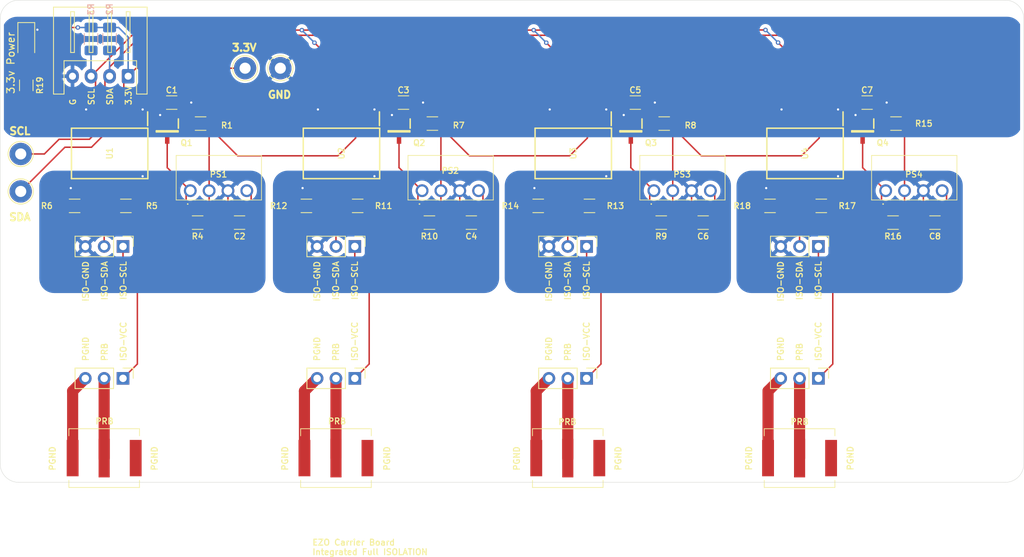
<source format=kicad_pcb>
(kicad_pcb (version 20241229) (generator "pcbnew") (generator_version "9.0")
  (layers (0 "F.Cu" signal) (2 "B.Cu" signal) (13 "F.Paste" user) (15 "B.Paste" user) (5 "F.SilkS" user "F.Silkscreen") (7 "B.SilkS" user "B.Silkscreen") (1 "F.Mask" user) (3 "B.Mask" user) (25 "Edge.Cuts" user))
  (net 0 "")
  (net 1 "+3V3")
  (net 2 "GND")
  (net 3 "RX{slash}SCL")
  (net 4 "TX{slash}SDA")
  (net 8 "Net-(PS1-GND-IN)")
  (net 12 "Net-(Q1-Pad1)")
  (net 15 "Net-(PS2-GND-IN)")
  (net 16 "Net-(Q2-Pad1)")
  (net 23 "ISO-VCC1")
  (net 24 "ISO-GND1")
  (net 25 "ISO-VCC2")
  (net 26 "ISO-GND2")
  (net 27 "ISO-RX{slash}SCL1")
  (net 28 "ISO-TX{slash}SDA1")
  (net 29 "PRB1")
  (net 30 "PGND1")
  (net 31 "ISO-TX{slash}SDA2")
  (net 32 "ISO-RX{slash}SCL2")
  (net 33 "PRB2")
  (net 34 "PGND2")
  (net 35 "ISO-GND3")
  (net 36 "ISO-VCC3")
  (net 37 "ISO-VCC4")
  (net 38 "ISO-GND4")
  (net 39 "ISO-RX{slash}SCL3")
  (net 40 "ISO-TX{slash}SDA3")
  (net 41 "PGND3")
  (net 43 "PRB3")
  (net 44 "ISO-RX{slash}SCL4")
  (net 45 "ISO-TX{slash}SDA4")
  (net 47 "PGND4")
  (net 48 "PRB4")
  (net 49 "Net-(PS3-GND-IN)")
  (net 50 "Net-(PS4-GND-IN)")
  (net 51 "Net-(Q3-Pad1)")
  (net 52 "Net-(Q4-Pad1)")
  (net 65 "Net-(D1-A)")
  (footprint "Resistor_SMD:R_1206_3216Metric_Pad1.30x1.75mm_HandSolder" (layer "F.Cu") (at 195.427233 88)
    (property "Reference" "R17")
    (property "Value" "10Kohm")
  )
  (footprint "Resistor_SMD:R_1206_3216Metric_Pad1.30x1.75mm_HandSolder" (layer "F.Cu") (at 111.75 76.9)
    (property "Reference" "R1")
    (property "Value" "1M")
  )
  (footprint "Resistor_SMD:R_1206_3216Metric_Pad1.30x1.75mm_HandSolder" (layer "F.Cu") (at 132.927233 88)
    (property "Reference" "R11")
    (property "Value" "10Kohm")
  )
  (footprint "Capacitor_SMD:C_1206_3216Metric_Pad1.33x1.80mm_HandSolder" (layer "F.Cu") (at 170.3575 74.07 180)
    (property "Reference" "C5")
    (property "Value" "1uF")
  )
  (footprint "Resistor_SMD:R_1206_3216Metric_Pad1.30x1.75mm_HandSolder" (layer "F.Cu") (at 88.25 71.75 -90)
    (property "Reference" "R19")
    (property "Value" "470 Ohm")
  )
  (footprint "Resistor_SMD:R_1206_3216Metric_Pad1.30x1.75mm_HandSolder" (layer "F.Cu") (at 101.677233 88)
    (property "Reference" "R5")
    (property "Value" "10Kohm")
  )
  (footprint "0_Custom-Library:LIB_RFM-0505S" (layer "F.Cu") (at 204.11 85.95)
    (property "Reference" "PS4")
    (property "Value" "RFM-0505S" (hide yes))
  )
  (footprint "Capacitor_SMD:C_1206_3216Metric_Pad1.33x1.80mm_HandSolder" (layer "F.Cu") (at 210.7525 90.25 180)
    (property "Reference" "C8")
    (property "Value" "1uF")
  )
  (footprint "Connector_PinHeader_2.54mm:PinHeader_1x03_P2.54mm_Vertical" (layer "F.Cu") (at 132.54 93.47 -90)
    (property "Reference" "J3" (hide yes))
    (property "Value" "Conn_01x03" (hide yes))
  )
  (footprint "Resistor_SMD:R_1206_3216Metric_Pad1.30x1.75mm_HandSolder" (layer "F.Cu") (at 157.267233 88 180)
    (property "Reference" "R14")
    (property "Value" "10Kohm")
  )
  (footprint "Capacitor_SMD:C_1206_3216Metric_Pad1.33x1.80mm_HandSolder" (layer "F.Cu") (at 107.8575 74.07 180)
    (property "Reference" "C1")
    (property "Value" "1uF")
  )
  (footprint "0_Custom-Library:LIB_SI8600AD-B-IS" (layer "F.Cu") (at 99.492233 80.925 -90)
    (property "Reference" "U1")
    (property "Value" "SI8600AC-B-ISR" (hide yes))
  )
  (footprint "0_Custom-Library:LIB_132289" (layer "F.Cu") (at 192.5 122)
    (property "Reference" "J11" (hide yes))
    (property "Value" "132289" (hide yes))
  )
  (footprint "0_Custom-Library:SOT96P237X111-3N" (layer "F.Cu") (at 169.75 77.95 -90)
    (property "Reference" "Q3")
    (property "Value" "BVSS138LT1G" (hide yes))
  )
  (footprint "0_Custom-Library:SOT96P237X111-3N" (layer "F.Cu") (at 201 77.95 -90)
    (property "Reference" "Q4")
    (property "Value" "BVSS138LT1G" (hide yes))
  )
  (footprint "Connector_PinHeader_2.54mm:PinHeader_1x03_P2.54mm_Vertical" (layer "F.Cu") (at 195.04 111.25 -90)
    (property "Reference" "J12" (hide yes))
    (property "Value" "Conn_01x03" (hide yes))
  )
  (footprint "0_Custom-Library:SOT96P237X111-3N" (layer "F.Cu") (at 138.5 77.95 -90)
    (property "Reference" "Q2")
    (property "Value" "BVSS138LT1G" (hide yes))
  )
  (footprint "TestPoint:TestPoint_Loop_D2.54mm_Drill1.5mm_Beaded" (layer "F.Cu") (at 87.5 86.05 180)
    (property "Reference" "TP1" (hide yes))
    (property "Value" "TestPoint" (hide yes))
  )
  (footprint "Connector_PinHeader_2.54mm:PinHeader_1x03_P2.54mm_Vertical" (layer "F.Cu") (at 101.29 93.47 -90)
    (property "Reference" "J1" (hide yes))
    (property "Value" "Conn_01x03" (hide yes))
  )
  (footprint "Connector_PinHeader_2.54mm:PinHeader_1x03_P2.54mm_Vertical" (layer "F.Cu") (at 195.04 93.47 -90)
    (property "Reference" "J10" (hide yes))
    (property "Value" "Conn_01x03" (hide yes))
  )
  (footprint "Resistor_SMD:R_1206_3216Metric_Pad1.30x1.75mm_HandSolder" (layer "F.Cu") (at 174.25 76.9)
    (property "Reference" "R8")
    (property "Value" "1M")
  )
  (footprint "0_Custom-Library:LIB_SI8600AD-B-IS" (layer "F.Cu") (at 130.742233 80.925 -90)
    (property "Reference" "U2")
    (property "Value" "SI8600AC-B-ISR" (hide yes))
  )
  (footprint "Resistor_SMD:R_1206_3216Metric_Pad1.30x1.75mm_HandSolder" (layer "F.Cu") (at 126.017233 88 180)
    (property "Reference" "R12")
    (property "Value" "10Kohm")
  )
  (footprint "0_Custom-Library:LIB_RFM-0505S" (layer "F.Cu") (at 172.86 85.95)
    (property "Reference" "PS3")
    (property "Value" "RFM-0505S" (hide yes))
  )
  (footprint "Resistor_SMD:R_1206_3216Metric_Pad1.30x1.75mm_HandSolder" (layer "F.Cu") (at 173.85 90.25)
    (property "Reference" "R9")
    (property "Value" "1M")
  )
  (footprint "TestPoint:TestPoint_Loop_D2.54mm_Drill1.5mm_Beaded" (layer "F.Cu") (at 87.5 81 180)
    (property "Reference" "TP2" (hide yes))
    (property "Value" "TestPoint" (hide yes))
  )
  (footprint "Capacitor_SMD:C_1206_3216Metric_Pad1.33x1.80mm_HandSolder" (layer "F.Cu") (at 201.6075 74.07 180)
    (property "Reference" "C7")
    (property "Value" "1uF")
  )
  (footprint "Capacitor_SMD:C_1206_3216Metric_Pad1.33x1.80mm_HandSolder" (layer "F.Cu") (at 117.0025 90.25 180)
    (property "Reference" "C2")
    (property "Value" "1uF")
  )
  (footprint "Resistor_SMD:R_1206_3216Metric_Pad1.30x1.75mm_HandSolder" (layer "F.Cu") (at 142.6 90.25)
    (property "Reference" "R10")
    (property "Value" "1M")
  )
  (footprint "0_Custom-Library:LIB_SI8600AD-B-IS" (layer "F.Cu") (at 193.242233 80.925 -90)
    (property "Reference" "U4")
    (property "Value" "SI8600AC-B-ISR" (hide yes))
  )
  (footprint "Resistor_SMD:R_1206_3216Metric_Pad1.30x1.75mm_HandSolder" (layer "F.Cu") (at 164.177233 88)
    (property "Reference" "R13")
    (property "Value" "10Kohm")
  )
  (footprint "0_Custom-Library:LIB_RFM-0505S" (layer "F.Cu") (at 141.61 85.95)
    (property "Reference" "PS2")
    (property "Value" "RFM-0505S" (hide yes))
  )
  (footprint "Capacitor_SMD:C_1206_3216Metric_Pad1.33x1.80mm_HandSolder" (layer "F.Cu") (at 179.5025 90.25 180)
    (property "Reference" "C6")
    (property "Value" "1uF")
  )
  (footprint "Resistor_SMD:R_1206_3216Metric_Pad1.30x1.75mm_HandSolder" (layer "F.Cu") (at 205.1 90.25)
    (property "Reference" "R16")
    (property "Value" "1M")
  )
  (footprint "Connector_JST:JST_XH_S4B-XH-A_1x04_P2.50mm_Horizontal" (layer "F.Cu") (at 101.982233 70.517767 180)
    (property "Reference" "I2C_Input1" (hide yes))
    (property "Value" "~" (hide yes))
  )
  (footprint "Resistor_SMD:R_1206_3216Metric_Pad1.30x1.75mm_HandSolder" (layer "F.Cu") (at 94.767233 88 180)
    (property "Reference" "R6")
    (property "Value" "10Kohm")
  )
  (footprint "0_Custom-Library:LIB_RFM-0505S" (layer "F.Cu") (at 110.36 85.95)
    (property "Reference" "PS1")
    (property "Value" "RFM-0505S" (hide yes))
  )
  (footprint "0_Custom-Library:SOT96P237X111-3N" (layer "F.Cu") (at 107.25 77.95 -90)
    (property "Reference" "Q1")
    (property "Value" "BVSS138LT1G" (hide yes))
  )
  (footprint "0_Custom-Library:LIB_SI8600AD-B-IS" (layer "F.Cu") (at 161.992233 80.925 -90)
    (property "Reference" "U3")
    (property "Value" "SI8600AC-B-ISR" (hide yes))
  )
  (footprint "Capacitor_SMD:C_1206_3216Metric_Pad1.33x1.80mm_HandSolder" (layer "F.Cu") (at 139.1075 74.07 180)
    (property "Reference" "C3")
    (property "Value" "1uF")
  )
  (footprint "Connector_PinHeader_2.54mm:PinHeader_1x03_P2.54mm_Vertical" (layer "F.Cu") (at 163.79 93.47 -90)
    (property "Reference" "J7" (hide yes))
    (property "Value" "Conn_01x03" (hide yes))
  )
  (footprint "TestPoint:TestPoint_Loop_D2.54mm_Drill1.5mm_Beaded" (layer "F.Cu") (at 117.75 69.4375)
    (property "Reference" "TP3" (hide yes))
    (property "Value" "TestPoint" (hide yes))
  )
  (footprint "Connector_PinHeader_2.54mm:PinHeader_1x03_P2.54mm_Vertical" (layer "F.Cu") (at 132.54 111.25 -90)
    (property "Reference" "J6" (hide yes))
    (property "Value" "Conn_01x03" (hide yes))
  )
  (footprint "Connector_PinHeader_2.54mm:PinHeader_1x03_P2.54mm_Vertical" (layer "F.Cu") (at 163.79 111.25 -90)
    (property "Reference" "J9" (hide yes))
    (property "Value" "Conn_01x03" (hide yes))
  )
  (footprint "Resistor_SMD:R_1206_3216Metric_Pad1.30x1.75mm_HandSolder" (layer "F.Cu") (at 188.517233 88 180)
    (property "Reference" "R18")
    (property "Value" "10Kohm")
  )
  (footprint "Resistor_SMD:R_1206_3216Metric_Pad1.30x1.75mm_HandSolder" (layer "F.Cu") (at 205.5 76.9)
    (property "Reference" "R15")
    (property "Value" "1M")
  )
  (footprint "LED_SMD:LED_1206_3216Metric_Pad1.42x1.75mm_HandSolder" (layer "F.Cu") (at 88.25 65.75 -90)
    (property "Reference" "D1" (hide yes))
    (property "Value" "~" (hide yes))
  )
  (footprint "Resistor_SMD:R_1206_3216Metric_Pad1.30x1.75mm_HandSolder" (layer "F.Cu") (at 143 76.9)
    (property "Reference" "R7")
    (property "Value" "1M")
  )
  (footprint "Capacitor_SMD:C_1206_3216Metric_Pad1.33x1.80mm_HandSolder" (layer "F.Cu") (at 148.2525 90.25 180)
    (property "Reference" "C4")
    (property "Value" "1uF")
  )
  (footprint "TestPoint:TestPoint_Loop_D2.54mm_Drill1.5mm_Beaded" (layer "F.Cu") (at 122.5 69.4375)
    (property "Reference" "TP4" (hide yes))
    (property "Value" "TestPoint" (hide yes))
  )
  (footprint "Connector_PinHeader_2.54mm:PinHeader_1x03_P2.54mm_Vertical" (layer "F.Cu") (at 101.29 111.25 -90)
    (property "Reference" "J2" (hide yes))
    (property "Value" "Conn_01x03" (hide yes))
  )
  (footprint "Resistor_SMD:R_1206_3216Metric_Pad1.30x1.75mm_HandSolder" (layer "F.Cu") (at 111.35 90.25)
    (property "Reference" "R4")
    (property "Value" "1M")
  )
  (footprint "0_Custom-Library:LIB_132289" (layer "F.Cu") (at 161.25 122)
    (property "Reference" "J8" (hide yes))
    (property "Value" "132289" (hide yes))
  )
  (footprint "0_Custom-Library:LIB_132289" (layer "F.Cu") (at 98.75 122)
    (property "Reference" "J4" (hide yes))
    (property "Value" "132289" (hide yes))
  )
  (footprint "0_Custom-Library:LIB_132289" (layer "F.Cu") (at 130 122)
    (property "Reference" "J5" (hide yes))
    (property "Value" "132289" (hide yes))
  )
  (footprint "Resistor_SMD:R_1206_3216Metric_Pad1.30x1.75mm_HandSolder" (layer "B.Cu") (at 96.982233 65.5 90)
    (property "Reference" "R3")
    (property "Value" "10Kohm")
  )
  (footprint "Resistor_SMD:R_1206_3216Metric_Pad1.30x1.75mm_HandSolder" (layer "B.Cu") (at 99.482233 65.5 90)
    (property "Reference" "R2")
    (property "Value" "10Kohm")
  )
  (gr_line (start 87.232233 125.267767) (end 220.232233 125.267767) (stroke (width 0.05)) (layer "Edge.Cuts"))
  (gr_arc (start 222.732233 122.767767) (mid 222 124.535534) (end 220.232233 125.267767) (stroke (width 0.05)) (layer "Edge.Cuts"))
  (gr_arc (start 220.232233 60.267767) (mid 222 61) (end 222.732233 62.767767) (stroke (width 0.05)) (layer "Edge.Cuts"))
  (gr_line (start 87.232233 60.267767) (end 220.232233 60.267767) (stroke (width 0.05)) (layer "Edge.Cuts"))
  (gr_arc (start 84.732233 62.767767) (mid 85.464466 61) (end 87.232233 60.267767) (stroke (width 0.05)) (layer "Edge.Cuts"))
  (gr_line (start 222.732233 122.767767) (end 222.732233 62.767767) (stroke (width 0.05)) (layer "Edge.Cuts"))
  (gr_line (start 84.732233 62.767767) (end 84.732233 122.767767) (stroke (width 0.05)) (layer "Edge.Cuts"))
  (gr_arc (start 87.232233 125.267767) (mid 85.464466 124.535534) (end 84.732233 122.767767) (stroke (width 0.05)) (layer "Edge.Cuts"))
  (gr_text "PGND" (at 168.52 123.76 90) (layer "F.SilkS") (effects (font (size 0.8 0.8) (thickness 0.15) (bold yes)) (justify left bottom)))
  (gr_text "PRB" (at 191.205 117.565952 0) (layer "F.SilkS") (effects (font (size 0.8 0.8) (thickness 0.15) (bold yes)) (justify left bottom)))
  (gr_text "ISO-SDA" (at 130.46 100.788095 90) (layer "F.SilkS") (effects (font (size 0.8 0.8) (thickness 0.15) (bold yes)) (justify left bottom)))
  (gr_text "ISO-VCC" (at 101.80875 109 90) (layer "F.SilkS") (effects (font (size 0.8 0.8) (thickness 0.15) (bold yes)) (justify left bottom)))
  (gr_text "PGND" (at 159.17 109 90) (layer "F.SilkS") (effects (font (size 0.8 0.8) (thickness 0.15) (bold yes)) (justify left bottom)))
  (gr_text "3.3V" (at 102.500983 74.5 90) (layer "F.SilkS") (effects (font (size 0.8 0.8) (thickness 0.15) (bold yes)) (justify left bottom)))
  (gr_text "PGND" (at 190.42 109 90) (layer "F.SilkS") (effects (font (size 0.8 0.8) (thickness 0.15) (bold yes)) (justify left bottom)))
  (gr_text "PRB" (at 97.5 117.5 0) (layer "F.SilkS") (effects (font (size 0.8 0.8) (thickness 0.15) (bold yes)) (justify left bottom)))
  (gr_text "PRB" (at 161.71 109 90) (layer "F.SilkS") (effects (font (size 0.8 0.8) (thickness 0.15) (bold yes)) (justify left bottom)))
  (gr_text "SCL" (at 97.500983 74.5 90) (layer "F.SilkS") (effects (font (size 0.8 0.8) (thickness 0.15) (bold yes)) (justify left bottom)))
  (gr_text "ISO-SDA" (at 161.71 100.788095 90) (layer "F.SilkS") (effects (font (size 0.8 0.8) (thickness 0.15) (bold yes)) (justify left bottom)))
  (gr_text "PRB" (at 192.96 109 90) (layer "F.SilkS") (effects (font (size 0.8 0.8) (thickness 0.15) (bold yes)) (justify left bottom)))
  (gr_text "SDA" (at 100.000983 74.5 90) (layer "F.SilkS") (effects (font (size 0.8 0.8) (thickness 0.15) (bold yes)) (justify left bottom)))
  (gr_text "PGND" (at 96.72875 109 90) (layer "F.SilkS") (effects (font (size 0.8 0.8) (thickness 0.15) (bold yes)) (justify left bottom)))
  (gr_text "PGND" (at 123.6 123.764048 90) (layer "F.SilkS") (effects (font (size 0.8 0.8) (thickness 0.15) (bold yes)) (justify left bottom)))
  (gr_text "PGND" (at 186.14 123.74 90) (layer "F.SilkS") (effects (font (size 0.8 0.8) (thickness 0.15) (bold yes)) (justify left bottom)))
  (gr_text "ISO-GND" (at 159.17 100.978571 90) (layer "F.SilkS") (effects (font (size 0.8 0.8) (thickness 0.15) (bold yes)) (justify left bottom)))
  (gr_text "ISO-GND" (at 127.92 100.978571 90) (layer "F.SilkS") (effects (font (size 0.8 0.8) (thickness 0.15) (bold yes)) (justify left bottom)))
  (gr_text "G" (at 95.000983 74.49 90) (layer "F.SilkS") (effects (font (size 0.8 0.8) (thickness 0.15) (bold yes)) (justify left bottom)))
  (gr_text "PGND" (at 92.25 123.764048 90) (layer "F.SilkS") (effects (font (size 0.8 0.8) (thickness 0.15) (bold yes)) (justify left bottom)))
  (gr_text "ISO-SCL" (at 101.80875 100.75 90) (layer "F.SilkS") (effects (font (size 0.8 0.8) (thickness 0.15) (bold yes)) (justify left bottom)))
  (gr_text "SDA" (at 85.820238 90.09 0) (layer "F.SilkS") (effects (font (size 1 1) (thickness 0.25) (bold yes)) (justify left bottom)))
  (gr_text "PRB" (at 99.26875 109 90) (layer "F.SilkS") (effects (font (size 0.8 0.8) (thickness 0.15) (bold yes)) (justify left bottom)))
  (gr_text "PRB" (at 159.905 117.59 0) (layer "F.SilkS") (effects (font (size 0.8 0.8) (thickness 0.15) (bold yes)) (justify left bottom)))
  (gr_text "ISO-SCL" (at 164.25 100.75 90) (layer "F.SilkS") (effects (font (size 0.8 0.8) (thickness 0.15) (bold yes)) (justify left bottom)))
  (gr_text "ISO-SCL" (at 195.5 100.75 90) (layer "F.SilkS") (effects (font (size 0.8 0.8) (thickness 0.15) (bold yes)) (justify left bottom)))
  (gr_text "PGND" (at 127.92 109 90) (layer "F.SilkS") (effects (font (size 0.8 0.8) (thickness 0.15) (bold yes)) (justify left bottom)))
  (gr_text "3.3V" (at 115.855953 67.25 0) (layer "F.SilkS") (effects (font (size 1 1) (thickness 0.25) (bold yes)) (justify left bottom)))
  (gr_text "ISO-SCL" (at 133 100.75 90) (layer "F.SilkS") (effects (font (size 0.8 0.8) (thickness 0.15) (bold yes)) (justify left bottom)))
  (gr_text "ISO-VCC" (at 195.5 109 90) (layer "F.SilkS") (effects (font (size 0.8 0.8) (thickness 0.15) (bold yes)) (justify left bottom)))
  (gr_text "ISO-GND" (at 96.72875 100.978571 90) (layer "F.SilkS") (effects (font (size 0.8 0.8) (thickness 0.15) (bold yes)) (justify left bottom)))
  (gr_text "SCL" (at 85.844048 78.5 0) (layer "F.SilkS") (effects (font (size 1 1) (thickness 0.25) (bold yes)) (justify left bottom)))
  (gr_text "PGND" (at 137.35 123.764048 90) (layer "F.SilkS") (effects (font (size 0.8 0.8) (thickness 0.15) (bold yes)) (justify left bottom)))
  (gr_text "ISO-VCC" (at 133 109 90) (layer "F.SilkS") (effects (font (size 0.8 0.8) (thickness 0.15) (bold yes)) (justify left bottom)))
  (gr_text "GND" (at 120.701191 73.6 0) (layer "F.SilkS") (effects (font (size 1 1) (thickness 0.25) (bold yes)) (justify left bottom)))
  (gr_text "PRB" (at 130.46 109 90) (layer "F.SilkS") (effects (font (size 0.8 0.8) (thickness 0.15) (bold yes)) (justify left bottom)))
  (gr_text "ISO-GND" (at 190.42 100.978571 90) (layer "F.SilkS") (effects (font (size 0.8 0.8) (thickness 0.15) (bold yes)) (justify left bottom)))
  (gr_text "PGND" (at 106 123.764048 90) (layer "F.SilkS") (effects (font (size 0.8 0.8) (thickness 0.15) (bold yes)) (justify left bottom)))
  (gr_text "PRB" (at 128.85 117.5 0) (layer "F.SilkS") (effects (font (size 0.8 0.8) (thickness 0.15) (bold yes)) (justify left bottom)))
  (gr_text "PGND" (at 199.82 123.735952 90) (layer "F.SilkS") (effects (font (size 0.8 0.8) (thickness 0.15) (bold yes)) (justify left bottom)))
  (gr_text "EZO Carrier Board \nIntegrated Full ISOLATION" (at 126.746 135.128 0) (layer "F.SilkS") (effects (font (size 0.8 0.8) (thickness 0.15) (bold yes)) (justify left bottom)))
  (gr_text "PGND" (at 154.84 123.764048 90) (layer "F.SilkS") (effects (font (size 0.8 0.8) (thickness 0.15) (bold yes)) (justify left bottom)))
  (gr_text "ISO-VCC" (at 164.25 109 90) (layer "F.SilkS") (effects (font (size 0.8 0.8) (thickness 0.15) (bold yes)) (justify left bottom)))
  (gr_text "3.3v Power" (at 86.75 73 90) (layer "F.SilkS") (effects (font (size 1 1)) (justify left bottom)))
  (gr_text "ISO-SDA" (at 192.96 100.788095 90) (layer "F.SilkS") (effects (font (size 0.8 0.8) (thickness 0.15) (bold yes)) (justify left bottom)))
  (gr_text "ISO-SDA" (at 99.26875 100.788095 90) (layer "F.SilkS") (effects (font (size 0.8 0.8) (thickness 0.15) (bold yes)) (justify left bottom)))
  (segment (start 137.545 74.07) (end 134.015233 74.07) (width 0.2) (layer "F.Cu") (net 1))
  (segment (start 101.397233 71.102767) (end 101.982233 70.517767) (width 0.2) (layer "F.Cu") (net 1))
  (segment (start 195.147233 71.102767) (end 195.732233 70.517767) (width 0.2) (layer "F.Cu") (net 1))
  (segment (start 144.55 77.8) (end 144.55 76.9) (width 0.2) (layer "F.Cu") (net 1))
  (segment (start 165.477233 74.07) (end 168.795 74.07) (width 0.2) (layer "F.Cu") (net 1))
  (segment (start 206.65 90.25) (end 206.65 85.95) (width 0.2) (layer "F.Cu") (net 1))
  (segment (start 113.3 76.9) (end 113.3 72.3) (width 0.2) (layer "F.Cu") (net 1))
  (segment (start 169.164 72.644) (end 169.418 72.39) (width 0.2) (layer "F.Cu") (net 1))
  (segment (start 143.534 72.39) (end 144.55 73.406) (width 0.2) (layer "F.Cu") (net 1))
  (segment (start 140.25 69.4375) (end 134.3125 69.4375) (width 0.2) (layer "F.Cu") (net 1))
  (segment (start 206.65 85.95) (end 206.65 77.3) (width 0.2) (layer "F.Cu") (net 1))
  (segment (start 137.545 74.07) (end 137.545 73.013) (width 0.2) (layer "F.Cu") (net 1))
  (segment (start 200.66 72.39) (end 206.034 72.39) (width 0.2) (layer "F.Cu") (net 1))
  (segment (start 112.9 77.3) (end 113.3 76.9) (width 0.2) (layer "F.Cu") (net 1))
  (segment (start 195.147233 76.25) (end 195.147233 78.852767) (width 0.2) (layer "F.Cu") (net 1))
  (segment (start 134.3125 69.4375) (end 133.232233 70.517767) (width 0.2) (layer "F.Cu") (net 1))
  (segment (start 200.045 74.07) (end 196.745233 74.07) (width 0.2) (layer "F.Cu") (net 1))
  (segment (start 134.015233 74.07) (end 132.647233 75.438) (width 0.2) (layer "F.Cu") (net 1))
  (segment (start 132.647233 76.25) (end 132.647233 71.102767) (width 0.2) (layer "F.Cu") (net 1))
  (segment (start 130.25 81.25) (end 116.75 81.25) (width 0.2) (layer "F.Cu") (net 1))
  (segment (start 195.147233 78.852767) (end 192.75 81.25) (width 0.2) (layer "F.Cu") (net 1))
  (segment (start 132.647233 78.852767) (end 130.25 81.25) (width 0.2) (layer "F.Cu") (net 1))
  (segment (start 175.4 90.25) (end 175.4 85.95) (width 0.2) (layer "F.Cu") (net 1))
  (segment (start 144.15 90.25) (end 144.15 85.95) (width 0.2) (layer "F.Cu") (net 1))
  (segment (start 163.897233 71.102767) (end 164.482233 70.517767) (width 0.2) (layer "F.Cu") (net 1))
  (segment (start 161.5 81.25) (end 148 81.25) (width 0.2) (layer "F.Cu") (net 1))
  (segment (start 89.5 73.3) (end 90.6 72.2) (width 0.2) (layer "F.Cu") (net 1))
  (segment (start 175.8 77.8) (end 175.8 76.9) (width 0.2) (layer "F.Cu") (net 1))
  (segment (start 132.647233 76.25) (end 132.647233 78.852767) (width 0.2) (layer "F.Cu") (net 1))
  (segment (start 175.8 72.3) (end 172.9375 69.4375) (width 0.2) (layer "F.Cu") (net 1))
  (segment (start 138.168 72.39) (end 143.534 72.39) (width 0.2) (layer "F.Cu") (net 1))
  (segment (start 168.795 74.07) (end 168.795 73.013) (width 0.2) (layer "F.Cu") (net 1))
  (segment (start 206.034 72.39) (end 207.05 73.406) (width 0.2) (layer "F.Cu") (net 1))
  (segment (start 175.4 77.3) (end 175.8 76.9) (width 0.2) (layer "F.Cu") (net 1))
  (segment (start 101.397233 76.25) (end 101.397233 71.102767) (width 0.2) (layer "F.Cu") (net 1))
  (segment (start 141.6875 69.4375) (end 140.25 69.4375) (width 0.2) (layer "F.Cu") (net 1))
  (segment (start 101.397233 75.65) (end 101.397233 76.25) (width 0.2) (layer "F.Cu") (net 1))
  (segment (start 200.045 73.005) (end 200.66 72.39) (width 0.2) (layer "F.Cu") (net 1))
  (segment (start 196.745233 74.07) (end 195.147233 75.668) (width 0.2) (layer "F.Cu") (net 1))
  (segment (start 165.5625 69.4375) (end 164.482233 70.517767) (width 0.2) (layer "F.Cu") (net 1))
  (segment (start 175.8 73.406) (end 175.8 72.3) (width 0.2) (layer "F.Cu") (net 1))
  (segment (start 196.8125 69.4375) (end 195.732233 70.517767) (width 0.2) (layer "F.Cu") (net 1))
  (segment (start 110.4375 69.4375) (end 109 69.4375) (width 0.2) (layer "F.Cu") (net 1))
  (segment (start 132.647233 75.438) (end 132.647233 76.25) (width 0.2) (layer "F.Cu") (net 1))
  (segment (start 93.25 63.95) (end 95.2 63.95) (width 0.2) (layer "F.Cu") (net 1))
  (segment (start 195.147233 75.668) (end 195.147233 76.25) (width 0.2) (layer "F.Cu") (net 1))
  (segment (start 163.897233 75.65) (end 165.477233 74.07) (width 0.2) (layer "F.Cu") (net 1))
  (segment (start 200.045 74.07) (end 200.045 73.005) (width 0.2) (layer "F.Cu") (net 1))
  (segment (start 144.55 76.9) (end 144.55 72.3) (width 0.2) (layer "F.Cu") (net 1))
  (segment (start 207.05 72.3) (end 204.1875 69.4375) (width 0.2) (layer "F.Cu") (net 1))
  (segment (start 175.4 85.95) (end 175.4 77.3) (width 0.2) (layer "F.Cu") (net 1))
  (segment (start 109 69.4375) (end 117.75 69.4375) (width 0.2) (layer "F.Cu") (net 1))
  (segment (start 90.6 66.6) (end 93.25 63.95) (width 0.2) (layer "F.Cu") (net 1))
  (segment (start 163.897233 78.852767) (end 161.5 81.25) (width 0.2) (layer "F.Cu") (net 1))
  (segment (start 172.9375 69.4375) (end 171.5 69.4375) (width 0.2) (layer "F.Cu") (net 1))
  (segment (start 204.1875 69.4375) (end 202.75 69.4375) (width 0.2) (layer "F.Cu") (net 1))
  (segment (start 148 81.25) (end 144.55 77.8) (width 0.2) (layer "F.Cu") (net 1))
  (segment (start 207.05 73.406) (end 207.05 72.3) (width 0.2) (layer "F.Cu") (net 1))
  (segment (start 192.75 81.25) (end 179.25 81.25) (width 0.2) (layer "F.Cu") (net 1))
  (segment (start 169.418 72.39) (end 174.784 72.39) (width 0.2) (layer "F.Cu") (net 1))
  (segment (start 202.75 69.4375) (end 196.8125 69.4375) (width 0.2) (layer "F.Cu") (net 1))
  (segment (start 144.15 85.95) (end 144.15 77.3) (width 0.2) (layer "F.Cu") (net 1))
  (segment (start 116.75 81.25) (end 113.3 77.8) (width 0.2) (layer "F.Cu") (net 1))
  (segment (start 137.914 72.644) (end 138.168 72.39) (width 0.2) (layer "F.Cu") (net 1))
  (segment (start 163.897233 76.25) (end 163.897233 75.65) (width 0.2) (layer "F.Cu") (net 1))
  (segment (start 132.647233 71.102767) (end 133.232233 70.517767) (width 0.2) (layer "F.Cu") (net 1))
  (segment (start 206.65 77.3) (end 207.05 76.9) (width 0.2) (layer "F.Cu") (net 1))
  (segment (start 171.5 69.4375) (end 165.5625 69.4375) (width 0.2) (layer "F.Cu") (net 1))
  (segment (start 175.8 76.9) (end 175.8 73.406) (width 0.2) (layer "F.Cu") (net 1))
  (segment (start 163.897233 76.25) (end 163.897233 71.102767) (width 0.2) (layer "F.Cu") (net 1))
  (segment (start 112.9 90.25) (end 112.9 85.95) (width 0.2) (layer "F.Cu") (net 1))
  (segment (start 137.545 73.013) (end 137.914 72.644) (width 0.2) (layer "F.Cu") (net 1))
  (segment (start 179.25 81.25) (end 175.8 77.8) (width 0.2) (layer "F.Cu") (net 1))
  (segment (start 163.897233 76.25) (end 163.897233 78.852767) (width 0.2) (layer "F.Cu") (net 1))
  (segment (start 88.25 73.3) (end 89.5 73.3) (width 0.2) (layer "F.Cu") (net 1))
  (segment (start 168.795 73.013) (end 169.164 72.644) (width 0.2) (layer "F.Cu") (net 1))
  (segment (start 174.784 72.39) (end 175.8 73.406) (width 0.2) (layer "F.Cu") (net 1))
  (segment (start 106.295 74.07) (end 102.977233 74.07) (width 0.2) (layer "F.Cu") (net 1))
  (segment (start 109 69.4375) (end 103.0625 69.4375) (width 0.2) (layer "F.Cu") (net 1))
  (segment (start 195.147233 76.25) (end 195.147233 71.102767) (width 0.2) (layer "F.Cu") (net 1))
  (segment (start 90.6 72.2) (end 90.6 66.6) (width 0.2) (layer "F.Cu") (net 1))
  (segment (start 207.05 76.9) (end 207.05 73.406) (width 0.2) (layer "F.Cu") (net 1))
  (segment (start 113.3 72.3) (end 110.4375 69.4375) (width 0.2) (layer "F.Cu") (net 1))
  (segment (start 102.977233 74.07) (end 101.397233 75.65) (width 0.2) (layer "F.Cu") (net 1))
  (segment (start 103.0625 69.4375) (end 101.982233 70.517767) (width 0.2) (layer "F.Cu") (net 1))
  (segment (start 144.15 77.3) (end 144.55 76.9) (width 0.2) (layer "F.Cu") (net 1))
  (segment (start 113.3 77.8) (end 113.3 76.9) (width 0.2) (layer "F.Cu") (net 1))
  (segment (start 112.9 85.95) (end 112.9 77.3) (width 0.2) (layer "F.Cu") (net 1))
  (segment (start 144.55 72.3) (end 141.6875 69.4375) (width 0.2) (layer "F.Cu") (net 1))
  (via (at 95.2 63.95) (size 0.6) (drill 0.3) (layers "F.Cu" "B.Cu") (net 1))
  (segment (start 96.982233 63.95) (end 99.482233 63.95) (width 0.2) (layer "B.Cu") (net 1))
  (segment (start 99.482233 63.95) (end 100.7 63.95) (width 0.2) (layer "B.Cu") (net 1))
  (segment (start 95.2 63.95) (end 96.982233 63.95) (width 0.2) (layer "B.Cu") (net 1))
  (segment (start 100.7 63.95) (end 101.982233 65.232233) (width 0.2) (layer "B.Cu") (net 1))
  (segment (start 101.982233 65.232233) (end 101.982233 70.517767) (width 0.2) (layer "B.Cu") (net 1))
  (segment (start 96.317233 75) (end 96.317233 76.25) (width 0.2) (layer "F.Cu") (net 2))
  (segment (start 89.7375 64.2625) (end 89.75 64.25) (width 0.2) (layer "F.Cu") (net 2))
  (segment (start 127.567233 75) (end 127.567233 76.25) (width 0.2) (layer "F.Cu") (net 2))
  (segment (start 166.437233 75) (end 166.437233 76.25) (width 0.2) (layer "F.Cu") (net 2))
  (segment (start 106.295 75.75) (end 106.295 76.9) (width 0.2) (layer "F.Cu") (net 2))
  (segment (start 140.67 74.07) (end 141.74 74.07) (width 0.2) (layer "F.Cu") (net 2))
  (segment (start 109.42 74.07) (end 110.49 74.07) (width 0.2) (layer "F.Cu") (net 2))
  (segment (start 88.25 64.2625) (end 89.7375 64.2625) (width 0.2) (layer "F.Cu") (net 2))
  (segment (start 158.817233 75) (end 158.817233 76.25) (width 0.2) (layer "F.Cu") (net 2))
  (segment (start 190.067233 75) (end 190.067233 76.25) (width 0.2) (layer "F.Cu") (net 2))
  (segment (start 168.795 75.75) (end 168.795 76.9) (width 0.2) (layer "F.Cu") (net 2))
  (segment (start 203.17 74.07) (end 204.24 74.07) (width 0.2) (layer "F.Cu") (net 2))
  (segment (start 135.187233 75) (end 135.187233 76.25) (width 0.2) (layer "F.Cu") (net 2))
  (segment (start 171.92 74.07) (end 172.99 74.07) (width 0.2) (layer "F.Cu") (net 2))
  (segment (start 103.937233 75) (end 103.937233 76.25) (width 0.2) (layer "F.Cu") (net 2))
  (segment (start 197.687233 75) (end 197.687233 76.25) (width 0.2) (layer "F.Cu") (net 2))
  (segment (start 200.045 75.75) (end 200.045 76.9) (width 0.2) (layer "F.Cu") (net 2))
  (segment (start 137.545 75.75) (end 137.545 76.9) (width 0.2) (layer "F.Cu") (net 2))
  (via (at 137.545 75.75) (size 0.6) (drill 0.3) (layers "F.Cu" "B.Cu") (net 2))
  (via (at 172.99 74.07) (size 0.6) (drill 0.3) (layers "F.Cu" "B.Cu") (net 2))
  (via (at 204.24 74.07) (size 0.6) (drill 0.3) (layers "F.Cu" "B.Cu") (net 2))
  (via (at 200.045 75.75) (size 0.6) (drill 0.3) (layers "F.Cu" "B.Cu") (net 2))
  (via (at 96.317233 75) (size 0.6) (drill 0.3) (layers "F.Cu" "B.Cu") (net 2))
  (via (at 197.687233 75) (size 0.6) (drill 0.3) (layers "F.Cu" "B.Cu") (net 2))
  (via (at 106.295 75.75) (size 0.6) (drill 0.3) (layers "F.Cu" "B.Cu") (net 2))
  (via (at 166.437233 75) (size 0.6) (drill 0.3) (layers "F.Cu" "B.Cu") (net 2))
  (via (at 110.49 74.07) (size 0.6) (drill 0.3) (layers "F.Cu" "B.Cu") (net 2))
  (via (at 158.817233 75) (size 0.6) (drill 0.3) (layers "F.Cu" "B.Cu") (net 2))
  (via (at 168.795 75.75) (size 0.6) (drill 0.3) (layers "F.Cu" "B.Cu") (net 2))
  (via (at 103.937233 75) (size 0.6) (drill 0.3) (layers "F.Cu" "B.Cu") (net 2))
  (via (at 141.74 74.07) (size 0.6) (drill 0.3) (layers "F.Cu" "B.Cu") (net 2))
  (via (at 190.067233 75) (size 0.6) (drill 0.3) (layers "F.Cu" "B.Cu") (net 2))
  (via (at 89.75 64.25) (size 0.6) (drill 0.3) (layers "F.Cu" "B.Cu") (net 2))
  (via (at 127.567233 75) (size 0.6) (drill 0.3) (layers "F.Cu" "B.Cu") (net 2))
  (via (at 135.187233 75) (size 0.6) (drill 0.3) (layers "F.Cu" "B.Cu") (net 2))
  (segment (start 158.352767 66) (end 160.087233 67.737233) (width 0.2) (layer "F.Cu") (net 3))
  (segment (start 125.4 64.3) (end 156.718 64.3) (width 0.2) (layer "F.Cu") (net 3))
  (segment (start 156.718 64.3) (end 187.902767 64.281383) (width 0.2) (layer "F.Cu") (net 3))
  (segment (start 97.587233 71.122767) (end 96.982233 70.517767) (width 0.2) (layer "F.Cu") (net 3))
  (segment (start 127.1 66) (end 128.837233 67.737233) (width 0.2) (layer "F.Cu") (net 3))
  (segment (start 128.837233 67.737233) (end 128.837233 76.25) (width 0.2) (layer "F.Cu") (net 3))
  (segment (start 103.2 64.3) (end 110.4 64.3) (width 0.2) (layer "F.Cu") (net 3))
  (segment (start 189.602767 65.981383) (end 191.337233 67.718616) (width 0.2) (layer "F.Cu") (net 3))
  (segment (start 97.587233 78.192767) (end 97.587233 76.25) (width 0.2) (layer "F.Cu") (net 3))
  (segment (start 110.4 64.3) (end 125.4 64.3) (width 0.2) (layer "F.Cu") (net 3))
  (segment (start 191.337233 67.718616) (end 191.337233 76.231383) (width 0.2) (layer "F.Cu") (net 3))
  (segment (start 160.087233 67.737233) (end 160.087233 76.25) (width 0.2) (layer "F.Cu") (net 3))
  (segment (start 96.76 79.02) (end 97.587233 78.192767) (width 0.2) (layer "F.Cu") (net 3))
  (segment (start 87.5 81) (end 90.69 81) (width 0.2) (layer "F.Cu") (net 3))
  (segment (start 90.69 81) (end 92.67 79.02) (width 0.2) (layer "F.Cu") (net 3))
  (segment (start 97.587233 76.25) (end 97.587233 71.122767) (width 0.2) (layer "F.Cu") (net 3))
  (segment (start 96.982233 70.517767) (end 103.2 64.3) (width 0.2) (layer "F.Cu") (net 3))
  (segment (start 92.67 79.02) (end 96.76 79.02) (width 0.2) (layer "F.Cu") (net 3))
  (via (at 127.1 66) (size 0.6) (drill 0.3) (layers "F.Cu" "B.Cu") (net 3))
  (via (at 158.352767 66) (size 0.6) (drill 0.3) (layers "F.Cu" "B.Cu") (net 3))
  (via (at 187.902767 64.281383) (size 0.6) (drill 0.3) (layers "F.Cu" "B.Cu") (net 3))
  (via (at 156.652767 64.3) (size 0.6) (drill 0.3) (layers "F.Cu" "B.Cu") (net 3))
  (via (at 189.602767 65.981383) (size 0.6) (drill 0.3) (layers "F.Cu" "B.Cu") (net 3))
  (via (at 125.4 64.3) (size 0.6) (drill 0.3) (layers "F.Cu" "B.Cu") (net 3))
  (segment (start 156.652767 64.3) (end 158.352767 66) (width 0.2) (layer "B.Cu") (net 3))
  (segment (start 187.902767 64.281383) (end 189.602767 65.981383) (width 0.2) (layer "B.Cu") (net 3))
  (segment (start 125.4 64.3) (end 127.1 66) (width 0.2) (layer "B.Cu") (net 3))
  (segment (start 96.982233 70.517767) (end 96.982233 67.05) (width 0.2) (layer "B.Cu") (net 3))
  (segment (start 98.857233 78.272767) (end 98.857233 76.25) (width 0.2) (layer "F.Cu") (net 4))
  (segment (start 98.857233 76.25) (end 98.857233 71.142767) (width 0.2) (layer "F.Cu") (net 4))
  (segment (start 97.04 80.09) (end 98.857233 78.272767) (width 0.2) (layer "F.Cu") (net 4))
  (segment (start 103.75 65) (end 127.75 65) (width 0.2) (layer "F.Cu") (net 4))
  (segment (start 130.107233 67.357233) (end 127.75 65) (width 0.2) (layer "F.Cu") (net 4))
  (segment (start 158.75 65) (end 161.357233 67.607233) (width 0.2) (layer "F.Cu") (net 4))
  (segment (start 130.107233 76.25) (end 130.107233 67.357233) (width 0.2) (layer "F.Cu") (net 4))
  (segment (start 192.607233 67.66085) (end 192.607233 76.25) (width 0.2) (layer "F.Cu") (net 4))
  (segment (start 87.5 86.05) (end 93.46 80.09) (width 0.2) (layer "F.Cu") (net 4))
  (segment (start 189.946383 65) (end 192.607233 67.66085) (width 0.2) (layer "F.Cu") (net 4))
  (segment (start 158.5 65) (end 158.75 65) (width 0.2) (layer "F.Cu") (net 4))
  (segment (start 99.482233 70.517767) (end 99.482233 69.267767) (width 0.2) (layer "F.Cu") (net 4))
  (segment (start 98.857233 71.142767) (end 99.482233 70.517767) (width 0.2) (layer "F.Cu") (net 4))
  (segment (start 127.75 65) (end 158.5 65) (width 0.2) (layer "F.Cu") (net 4))
  (segment (start 161.357233 67.607233) (end 161.357233 76.25) (width 0.2) (layer "F.Cu") (net 4))
  (segment (start 99.482233 69.267767) (end 103.75 65) (width 0.2) (layer "F.Cu") (net 4))
  (segment (start 93.46 80.09) (end 97.04 80.09) (width 0.2) (layer "F.Cu") (net 4))
  (segment (start 158.5 65) (end 189.946383 65) (width 0.2) (layer "F.Cu") (net 4))
  (segment (start 99.482233 67.05) (end 99.482233 70.517767) (width 0.2) (layer "B.Cu") (net 4))
  (segment (start 109.8 90.25) (end 109.8 86.51) (width 0.2) (layer "F.Cu") (net 8))
  (segment (start 109.8 86.51) (end 110.36 85.95) (width 0.2) (layer "F.Cu") (net 8))
  (segment (start 107.25 82.84) (end 110.36 85.95) (width 0.2) (layer "F.Cu") (net 8))
  (segment (start 107.25 79) (end 107.25 82.84) (width 0.2) (layer "F.Cu") (net 8))
  (segment (start 110.2 76.9) (end 108.205 76.9) (width 0.2) (layer "F.Cu") (net 12))
  (segment (start 141.05 90.25) (end 141.05 86.51) (width 0.2) (layer "F.Cu") (net 15))
  (segment (start 141.05 86.51) (end 141.61 85.95) (width 0.2) (layer "F.Cu") (net 15))
  (segment (start 138.5 82.84) (end 141.61 85.95) (width 0.2) (layer "F.Cu") (net 15))
  (segment (start 138.5 79) (end 138.5 82.84) (width 0.2) (layer "F.Cu") (net 15))
  (segment (start 141.45 76.9) (end 139.455 76.9) (width 0.2) (layer "F.Cu") (net 16))
  (segment (start 107.25 95.5) (end 107.227233 95.5) (width 0.2) (layer "F.Cu") (net 23))
  (segment (start 103.227233 88) (end 103.227233 95.5) (width 0.2) (layer "F.Cu") (net 23))
  (segment (start 93.217233 88) (end 93.217233 84.532767) (width 0.2) (layer "F.Cu") (net 23))
  (segment (start 101.397233 86.897233) (end 102.5 88) (width 0.2) (layer "F.Cu") (net 23))
  (segment (start 103.227233 109.312767) (end 101.29 111.25) (width 0.2) (layer "F.Cu") (net 23))
  (segment (start 101.397233 85.6) (end 101.397233 86.897233) (width 0.2) (layer "F.Cu") (net 23))
  (segment (start 93.217233 84.532767) (end 94.25 83.5) (width 0.2) (layer "F.Cu") (net 23))
  (segment (start 114.75 95.5) (end 118.565 91.685) (width 0.2) (layer "F.Cu") (net 23))
  (segment (start 103.227233 95.5) (end 103.227233 99.5) (width 0.2) (layer "F.Cu") (net 23))
  (segment (start 102.5 88) (end 103.227233 88) (width 0.2) (layer "F.Cu") (net 23))
  (segment (start 107.227233 95.5) (end 103.227233 99.5) (width 0.2) (layer "F.Cu") (net 23))
  (segment (start 118.565 90.25) (end 118.565 86.535) (width 0.2) (layer "F.Cu") (net 23))
  (segment (start 107.25 95.5) (end 114.75 95.5) (width 0.2) (layer "F.Cu") (net 23))
  (segment (start 118.565 86.535) (end 117.98 85.95) (width 0.2) (layer "F.Cu") (net 23))
  (segment (start 94.25 83.5) (end 100.75 83.5) (width 0.2) (layer "F.Cu") (net 23))
  (segment (start 101.397233 84.147233) (end 101.397233 85.6) (width 0.2) (layer "F.Cu") (net 23))
  (segment (start 103.227233 99.5) (end 103.227233 109.312767) (width 0.2) (layer "F.Cu") (net 23))
  (segment (start 118.565 91.685) (end 118.565 90.25) (width 0.2) (layer "F.Cu") (net 23))
  (segment (start 100.75 83.5) (end 101.397233 84.147233) (width 0.2) (layer "F.Cu") (net 23))
  (segment (start 115.44 85.95) (end 115.44 90.25) (width 0.2) (layer "F.Cu") (net 24))
  (segment (start 94.25 85.6) (end 95.047233 85.6) (width 0.2) (layer "F.Cu") (net 24))
  (segment (start 103.937233 84) (end 103.937233 85.6) (width 0.2) (layer "F.Cu") (net 24))
  (via (at 94.25 85.6) (size 0.6) (drill 0.3) (layers "F.Cu" "B.Cu") (net 24))
  (via (at 103.937233 84) (size 0.6) (drill 0.3) (layers "F.Cu" "B.Cu") (net 24))
  (segment (start 133.75 88) (end 134.477233 88) (width 0.2) (layer "F.Cu") (net 25))
  (segment (start 138.5 95.5) (end 146 95.5) (width 0.2) (layer "F.Cu") (net 25))
  (segment (start 132 83.5) (end 132.647233 84.147233) (width 0.2) (layer "F.Cu") (net 25))
  (segment (start 149.815 90.25) (end 149.815 86.535) (width 0.2) (layer "F.Cu") (net 25))
  (segment (start 124.467233 88) (end 124.467233 84.532767) (width 0.2) (layer "F.Cu") (net 25))
  (segment (start 125.5 83.5) (end 132 83.5) (width 0.2) (layer "F.Cu") (net 25))
  (segment (start 134.477233 88) (end 134.477233 95.5) (width 0.2) (layer "F.Cu") (net 25))
  (segment (start 134.477233 99.5) (end 134.477233 109.312767) (width 0.2) (layer "F.Cu") (net 25))
  (segment (start 134.477233 109.312767) (end 132.54 111.25) (width 0.2) (layer "F.Cu") (net 25))
  (segment (start 138.477233 95.5) (end 134.477233 99.5) (width 0.2) (layer "F.Cu") (net 25))
  (segment (start 149.815 86.535) (end 149.23 85.95) (width 0.2) (layer "F.Cu") (net 25))
  (segment (start 124.467233 84.532767) (end 125.5 83.5) (width 0.2) (layer "F.Cu") (net 25))
  (segment (start 132.647233 86.897233) (end 133.75 88) (width 0.2) (layer "F.Cu") (net 25))
  (segment (start 146 95.5) (end 149.815 91.685) (width 0.2) (layer "F.Cu") (net 25))
  (segment (start 138.5 95.5) (end 138.477233 95.5) (width 0.2) (layer "F.Cu") (net 25))
  (segment (start 132.647233 85.6) (end 132.647233 86.897233) (width 0.2) (layer "F.Cu") (net 25))
  (segment (start 134.477233 95.5) (end 134.477233 99.5) (width 0.2) (layer "F.Cu") (net 25))
  (segment (start 149.815 91.685) (end 149.815 90.25) (width 0.2) (layer "F.Cu") (net 25))
  (segment (start 132.647233 84.147233) (end 132.647233 85.6) (width 0.2) (layer "F.Cu") (net 25))
  (segment (start 135.187233 84) (end 135.187233 85.6) (width 0.2) (layer "F.Cu") (net 26))
  (segment (start 146.69 85.95) (end 146.69 90.25) (width 0.2) (layer "F.Cu") (net 26))
  (segment (start 125.5 85.6) (end 126.297233 85.6) (width 0.2) (layer "F.Cu") (net 26))
  (via (at 135.187233 84) (size 0.6) (drill 0.3) (layers "F.Cu" "B.Cu") (net 26))
  (via (at 125.5 85.6) (size 0.6) (drill 0.3) (layers "F.Cu" "B.Cu") (net 26))
  (segment (start 94 91.5) (end 94 95.75) (width 0.2) (layer "F.Cu") (net 27))
  (segment (start 101.29 95.71) (end 101.29 93.47) (width 0.2) (layer "F.Cu") (net 27))
  (segment (start 97.587233 86.73) (end 96.317233 88) (width 0.2) (layer "F.Cu") (net 27))
  (segment (start 94 95.75) (end 94.5 96.25) (width 0.2) (layer "F.Cu") (net 27))
  (segment (start 96.317233 88) (end 96.317233 89.182767) (width 0.2) (layer "F.Cu") (net 27))
  (segment (start 94.5 96.25) (end 100.75 96.25) (width 0.2) (layer "F.Cu") (net 27))
  (segment (start 100.75 96.25) (end 101.29 95.71) (width 0.2) (layer "F.Cu") (net 27))
  (segment (start 96.317233 89.182767) (end 94 91.5) (width 0.2) (layer "F.Cu") (net 27))
  (segment (start 97.587233 85.6) (end 97.587233 86.73) (width 0.2) (layer "F.Cu") (net 27))
  (segment (start 98.75 93.47) (end 98.75 89.75) (width 0.2) (layer "F.Cu") (net 28))
  (segment (start 100.127233 88) (end 98.75 89.377233) (width 0.2) (layer "F.Cu") (net 28))
  (segment (start 98.75 89.377233) (end 98.75 89.75) (width 0.2) (layer "F.Cu") (net 28))
  (segment (start 98.857233 86.73) (end 100.127233 88) (width 0.2) (layer "F.Cu") (net 28))
  (segment (start 98.857233 85.6) (end 98.857233 86.73) (width 0.2) (layer "F.Cu") (net 28))
  (segment (start 98.857233 92.902767) (end 98.79 92.97) (width 0.2) (layer "F.Cu") (net 28))
  (segment (start 98.75 111.25) (end 98.75 122) (width 1.5) (layer "F.Cu") (net 29))
  (segment (start 94.5 112.96) (end 94.5 122) (width 1.5) (layer "F.Cu") (net 30))
  (segment (start 96.21 111.25) (end 94.5 112.96) (width 1.5) (layer "F.Cu") (net 30))
  (segment (start 130 93.47) (end 130 89.75) (width 0.2) (layer "F.Cu") (net 31))
  (segment (start 130.107233 85.6) (end 130.107233 86.73) (width 0.2) (layer "F.Cu") (net 31))
  (segment (start 130 89.377233) (end 130 89.75) (width 0.2) (layer "F.Cu") (net 31))
  (segment (start 130.107233 92.902767) (end 130.04 92.97) (width 0.2) (layer "F.Cu") (net 31))
  (segment (start 130.107233 86.73) (end 131.377233 88) (width 0.2) (layer "F.Cu") (net 31))
  (segment (start 131.377233 88) (end 130 89.377233) (width 0.2) (layer "F.Cu") (net 31))
  (segment (start 132 96.25) (end 132.54 95.71) (width 0.2) (layer "F.Cu") (net 32))
  (segment (start 125.25 91.5) (end 125.25 95.75) (width 0.2) (layer "F.Cu") (net 32))
  (segment (start 128.837233 86.73) (end 127.567233 88) (width 0.2) (layer "F.Cu") (net 32))
  (segment (start 125.75 96.25) (end 132 96.25) (width 0.2) (layer "F.Cu") (net 32))
  (segment (start 127.567233 89.182767) (end 125.25 91.5) (width 0.2) (layer "F.Cu") (net 32))
  (segment (start 132.54 95.71) (end 132.54 93.47) (width 0.2) (layer "F.Cu") (net 32))
  (segment (start 125.25 95.75) (end 125.75 96.25) (width 0.2) (layer "F.Cu") (net 32))
  (segment (start 127.567233 88) (end 127.567233 89.182767) (width 0.2) (layer "F.Cu") (net 32))
  (segment (start 128.837233 85.6) (end 128.837233 86.73) (width 0.2) (layer "F.Cu") (net 32))
  (segment (start 130 111.25) (end 130 122) (width 1.5) (layer "F.Cu") (net 33))
  (segment (start 125.75 112.96) (end 125.75 122) (width 1.5) (layer "F.Cu") (net 34))
  (segment (start 127.46 111.25) (end 125.75 112.96) (width 1.5) (layer "F.Cu") (net 34))
  (segment (start 177.94 85.95) (end 177.94 90.25) (width 0.2) (layer "F.Cu") (net 35))
  (segment (start 166.437233 84) (end 166.437233 85.6) (width 0.2) (layer "F.Cu") (net 35))
  (segment (start 156.75 85.6) (end 157.547233 85.6) (width 0.2) (layer "F.Cu") (net 35))
  (via (at 166.437233 84) (size 0.6) (drill 0.3) (layers "F.Cu" "B.Cu") (net 35))
  (via (at 156.75 85.6) (size 0.6) (drill 0.3) (layers "F.Cu" "B.Cu") (net 35))
  (segment (start 181.065 91.685) (end 181.065 90.25) (width 0.2) (layer "F.Cu") (net 36))
  (segment (start 156.75 83.5) (end 163.25 83.5) (width 0.2) (layer "F.Cu") (net 36))
  (segment (start 163.897233 84.147233) (end 163.897233 85.6) (width 0.2) (layer "F.Cu") (net 36))
  (segment (start 181.065 90.25) (end 181.065 86.535) (width 0.2) (layer "F.Cu") (net 36))
  (segment (start 165.727233 95.5) (end 165.727233 99.5) (width 0.2) (layer "F.Cu") (net 36))
  (segment (start 163.897233 85.6) (end 163.897233 86.897233) (width 0.2) (layer "F.Cu") (net 36))
  (segment (start 155.717233 88) (end 155.717233 84.532767) (width 0.2) (layer "F.Cu") (net 36))
  (segment (start 165.727233 88) (end 165.727233 95.5) (width 0.2) (layer "F.Cu") (net 36))
  (segment (start 169.75 95.5) (end 169.727233 95.5) (width 0.2) (layer "F.Cu") (net 36))
  (segment (start 181.065 86.535) (end 180.48 85.95) (width 0.2) (layer "F.Cu") (net 36))
  (segment (start 177.25 95.5) (end 181.065 91.685) (width 0.2) (layer "F.Cu") (net 36))
  (segment (start 165.727233 99.5) (end 165.727233 109.312767) (width 0.2) (layer "F.Cu") (net 36))
  (segment (start 169.75 95.5) (end 177.25 95.5) (width 0.2) (layer "F.Cu") (net 36))
  (segment (start 169.727233 95.5) (end 165.727233 99.5) (width 0.2) (layer "F.Cu") (net 36))
  (segment (start 163.897233 86.897233) (end 165 88) (width 0.2) (layer "F.Cu") (net 36))
  (segment (start 165.727233 109.312767) (end 163.79 111.25) (width 0.2) (layer "F.Cu") (net 36))
  (segment (start 155.717233 84.532767) (end 156.75 83.5) (width 0.2) (layer "F.Cu") (net 36))
  (segment (start 163.25 83.5) (end 163.897233 84.147233) (width 0.2) (layer "F.Cu") (net 36))
  (segment (start 165 88) (end 165.727233 88) (width 0.2) (layer "F.Cu") (net 36))
  (segment (start 186.967233 84.532767) (end 188 83.5) (width 0.2) (layer "F.Cu") (net 37))
  (segment (start 212.315 91.685) (end 212.315 90.25) (width 0.2) (layer "F.Cu") (net 37))
  (segment (start 201 95.5) (end 200.977233 95.5) (width 0.2) (layer "F.Cu") (net 37))
  (segment (start 196.977233 95.5) (end 196.977233 99.5) (width 0.2) (layer "F.Cu") (net 37))
  (segment (start 201 95.5) (end 208.5 95.5) (width 0.2) (layer "F.Cu") (net 37))
  (segment (start 194.5 83.5) (end 195.147233 84.147233) (width 0.2) (layer "F.Cu") (net 37))
  (segment (start 188 83.5) (end 194.5 83.5) (width 0.2) (layer "F.Cu") (net 37))
  (segment (start 195.147233 85.6) (end 195.147233 86.897233) (width 0.2) (layer "F.Cu") (net 37))
  (segment (start 196.977233 99.5) (end 196.977233 109.312767) (width 0.2) (layer "F.Cu") (net 37))
  (segment (start 186.967233 88) (end 186.967233 84.532767) (width 0.2) (layer "F.Cu") (net 37))
  (segment (start 208.5 95.5) (end 212.315 91.685) (width 0.2) (layer "F.Cu") (net 37))
  (segment (start 200.977233 95.5) (end 196.977233 99.5) (width 0.2) (layer "F.Cu") (net 37))
  (segment (start 212.315 86.535) (end 211.73 85.95) (width 0.2) (layer "F.Cu") (net 37))
  (segment (start 212.315 90.25) (end 212.315 86.535) (width 0.2) (layer "F.Cu") (net 37))
  (segment (start 195.147233 84.147233) (end 195.147233 85.6) (width 0.2) (layer "F.Cu") (net 37))
  (segment (start 195.147233 86.897233) (end 196.25 88) (width 0.2) (layer "F.Cu") (net 37))
  (segment (start 196.25 88) (end 196.977233 88) (width 0.2) (layer "F.Cu") (net 37))
  (segment (start 196.977233 109.312767) (end 195.04 111.25) (width 0.2) (layer "F.Cu") (net 37))
  (segment (start 196.977233 88) (end 196.977233 95.5) (width 0.2) (layer "F.Cu") (net 37))
  (segment (start 209.19 85.95) (end 209.19 90.25) (width 0.2) (layer "F.Cu") (net 38))
  (segment (start 188 85.6) (end 188.797233 85.6) (width 0.2) (layer "F.Cu") (net 38))
  (segment (start 197.687233 84) (end 197.687233 85.6) (width 0.2) (layer "F.Cu") (net 38))
  (via (at 188 85.6) (size 0.6) (drill 0.3) (layers "F.Cu" "B.Cu") (net 38))
  (via (at 197.687233 84) (size 0.6) (drill 0.3) (layers "F.Cu" "B.Cu") (net 38))
  (segment (start 156.5 95.75) (end 157 96.25) (width 0.2) (layer "F.Cu") (net 39))
  (segment (start 158.817233 88) (end 158.817233 89.182767) (width 0.2) (layer "F.Cu") (net 39))
  (segment (start 163.79 95.71) (end 163.79 93.47) (width 0.2) (layer "F.Cu") (net 39))
  (segment (start 163.25 96.25) (end 163.79 95.71) (width 0.2) (layer "F.Cu") (net 39))
  (segment (start 156.5 91.5) (end 156.5 95.75) (width 0.2) (layer "F.Cu") (net 39))
  (segment (start 157 96.25) (end 163.25 96.25) (width 0.2) (layer "F.Cu") (net 39))
  (segment (start 160.087233 85.6) (end 160.087233 86.73) (width 0.2) (layer "F.Cu") (net 39))
  (segment (start 158.817233 89.182767) (end 156.5 91.5) (width 0.2) (layer "F.Cu") (net 39))
  (segment (start 160.087233 86.73) (end 158.817233 88) (width 0.2) (layer "F.Cu") (net 39))
  (segment (start 162.627233 88) (end 161.25 89.377233) (width 0.2) (layer "F.Cu") (net 40))
  (segment (start 161.357233 85.6) (end 161.357233 86.73) (width 0.2) (layer "F.Cu") (net 40))
  (segment (start 161.25 89.377233) (end 161.25 89.75) (width 0.2) (layer "F.Cu") (net 40))
  (segment (start 161.357233 92.902767) (end 161.29 92.97) (width 0.2) (layer "F.Cu") (net 40))
  (segment (start 161.357233 86.73) (end 162.627233 88) (width 0.2) (layer "F.Cu") (net 40))
  (segment (start 161.25 93.47) (end 161.25 89.75) (width 0.2) (layer "F.Cu") (net 40))
  (segment (start 158.71 111.25) (end 157 112.96) (width 1.5) (layer "F.Cu") (net 41))
  (segment (start 157 112.96) (end 157 122) (width 1.5) (layer "F.Cu") (net 41))
  (segment (start 161.25 111.25) (end 161.25 122) (width 1.5) (layer "F.Cu") (net 43))
  (segment (start 190.067233 88) (end 190.067233 89.182767) (width 0.2) (layer "F.Cu") (net 44))
  (segment (start 187.75 95.75) (end 188.25 96.25) (width 0.2) (layer "F.Cu") (net 44))
  (segment (start 191.337233 85.6) (end 191.337233 86.73) (width 0.2) (layer "F.Cu") (net 44))
  (segment (start 195.04 95.71) (end 195.04 93.47) (width 0.2) (layer "F.Cu") (net 44))
  (segment (start 194.5 96.25) (end 195.04 95.71) (width 0.2) (layer "F.Cu") (net 44))
  (segment (start 190.067233 89.182767) (end 187.75 91.5) (width 0.2) (layer "F.Cu") (net 44))
  (segment (start 191.337233 86.73) (end 190.067233 88) (width 0.2) (layer "F.Cu") (net 44))
  (segment (start 187.75 91.5) (end 187.75 95.75) (width 0.2) (layer "F.Cu") (net 44))
  (segment (start 188.25 96.25) (end 194.5 96.25) (width 0.2) (layer "F.Cu") (net 44))
  (segment (start 192.607233 92.902767) (end 192.54 92.97) (width 0.2) (layer "F.Cu") (net 45))
  (segment (start 193.877233 88) (end 192.5 89.377233) (width 0.2) (layer "F.Cu") (net 45))
  (segment (start 192.5 93.47) (end 192.5 89.75) (width 0.2) (layer "F.Cu") (net 45))
  (segment (start 192.5 89.377233) (end 192.5 89.75) (width 0.2) (layer "F.Cu") (net 45))
  (segment (start 192.607233 86.73) (end 193.877233 88) (width 0.2) (layer "F.Cu") (net 45))
  (segment (start 192.607233 85.6) (end 192.607233 86.73) (width 0.2) (layer "F.Cu") (net 45))
  (segment (start 189.96 111.25) (end 188.25 112.96) (width 1.5) (layer "F.Cu") (net 47))
  (segment (start 188.25 112.96) (end 188.25 122) (width 1.5) (layer "F.Cu") (net 47))
  (segment (start 192.5 111.25) (end 192.5 122) (width 1.5) (layer "F.Cu") (net 48))
  (segment (start 169.75 82.84) (end 172.86 85.95) (width 0.2) (layer "F.Cu") (net 49))
  (segment (start 172.3 90.25) (end 172.3 86.51) (width 0.2) (layer "F.Cu") (net 49))
  (segment (start 172.3 86.51) (end 172.86 85.95) (width 0.2) (layer "F.Cu") (net 49))
  (segment (start 169.75 79) (end 169.75 82.84) (width 0.2) (layer "F.Cu") (net 49))
  (segment (start 203.55 90.25) (end 203.55 86.51) (width 0.2) (layer "F.Cu") (net 50))
  (segment (start 201 79) (end 201 82.84) (width 0.2) (layer "F.Cu") (net 50))
  (segment (start 203.55 86.51) (end 204.11 85.95) (width 0.2) (layer "F.Cu") (net 50))
  (segment (start 201 82.84) (end 204.11 85.95) (width 0.2) (layer "F.Cu") (net 50))
  (segment (start 172.7 76.9) (end 170.705 76.9) (width 0.2) (layer "F.Cu") (net 51))
  (segment (start 203.95 76.9) (end 201.955 76.9) (width 0.2) (layer "F.Cu") (net 52))
  (segment (start 88.25 70.2) (end 88.25 67.2375) (width 0.2) (layer "F.Cu") (net 65))
  (zone (net 38) (net_name "ISO-GND4") (layer "B.Cu") (priority 1) (connect_pads (clearance 0.5)) (min_thickness 0.25) (fill yes (thermal_gap 0.5) (thermal_bridge_width 0.5) (smoothing fillet) (radius 2))
    (polygon (pts (xy 184 83.25) (xy 214.5 83.25) (xy 214.5 99.75) (xy 184 99.75)))
  )
  (zone (net 35) (net_name "ISO-GND3") (layer "B.Cu") (priority 1) (connect_pads (clearance 0.5)) (min_thickness 0.25) (fill yes (thermal_gap 0.5) (thermal_bridge_width 0.5) (smoothing fillet) (radius 2))
    (polygon (pts (xy 152.75 83.25) (xy 183.25 83.25) (xy 183.25 99.75) (xy 152.75 99.75)))
  )
  (zone (net 26) (net_name "ISO-GND2") (layer "B.Cu") (priority 1) (connect_pads (clearance 0.5)) (min_thickness 0.25) (fill yes (thermal_gap 0.5) (thermal_bridge_width 0.5) (smoothing fillet) (radius 2))
    (polygon (pts (xy 121.5 83.25) (xy 152 83.25) (xy 152 99.75) (xy 121.5 99.75)))
  )
  (zone (net 24) (net_name "ISO-GND1") (layer "B.Cu") (priority 1) (connect_pads (clearance 0.5)) (min_thickness 0.25) (fill yes (thermal_gap 0.5) (thermal_bridge_width 0.5) (smoothing fillet) (radius 2))
    (polygon (pts (xy 90 83.25) (xy 120.5 83.25) (xy 120.5 99.75) (xy 90 99.75)))
  )
  (zone (net 2) (net_name "GND") (layer "B.Cu") (connect_pads (clearance 0.5)) (min_thickness 0.25) (fill yes (thermal_gap 0.5) (thermal_bridge_width 0.5) (smoothing fillet) (radius 2))
    (polygon (pts (xy 85 62.5) (xy 85 78.75) (xy 222.5 78.75) (xy 222.5 62.5)))
  )
)
</source>
